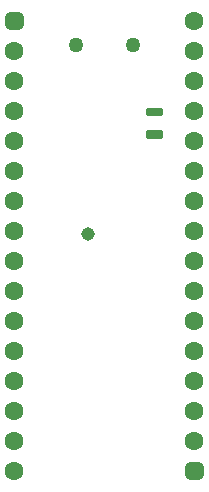
<source format=gbr>
G04 Generated by Ultiboard 14.1 *
%FSLAX24Y24*%
%MOIN*%

%ADD10C,0.0001*%
%ADD11C,0.0450*%
%ADD12C,0.0633*%
%ADD13R,0.0208X0.0208*%
%ADD14C,0.0392*%
%ADD15C,0.0500*%
%ADD16R,0.0417X0.0108*%
%ADD17C,0.0167*%


G04 ColorRGB 9900CC for the following layer *
%LNSolder Mask Bottom*%
%LPD*%
G54D10*
G54D11*
X3200Y8900D03*
G54D12*
X6750Y13000D03*
X6750Y5000D03*
X6750Y2000D03*
X6750Y4000D03*
X6750Y3000D03*
X6750Y8000D03*
X6750Y7000D03*
X6750Y6000D03*
X6750Y10000D03*
X6750Y9000D03*
X6750Y11000D03*
X6750Y15000D03*
X6750Y12000D03*
X6750Y14000D03*
X6750Y16000D03*
X750Y12000D03*
X750Y15000D03*
X750Y13000D03*
X750Y14000D03*
X750Y9000D03*
X750Y10000D03*
X750Y11000D03*
X750Y7000D03*
X750Y8000D03*
X750Y6000D03*
X750Y2000D03*
X750Y4000D03*
X750Y5000D03*
X750Y3000D03*
X750Y1000D03*
G54D13*
X6750Y1000D03*
X750Y16000D03*
G54D14*
X6646Y896D02*
X6854Y896D01*
X6854Y1104D01*
X6646Y1104D01*
X6646Y896D01*D02*
X646Y15896D02*
X854Y15896D01*
X854Y16104D01*
X646Y16104D01*
X646Y15896D01*D02*
G54D15*
X2800Y15200D03*
X4717Y15200D03*
G54D16*
X5400Y12225D03*
X5400Y12975D03*
G54D17*
X5192Y12171D02*
X5608Y12171D01*
X5608Y12279D01*
X5192Y12279D01*
X5192Y12171D01*D02*
X5192Y12921D02*
X5608Y12921D01*
X5608Y13029D01*
X5192Y13029D01*
X5192Y12921D01*D02*

M02*

</source>
